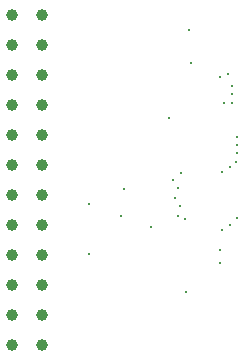
<source format=gbr>
%TF.GenerationSoftware,KiCad,Pcbnew,8.0.8*%
%TF.CreationDate,2025-04-16T08:52:58+10:00*%
%TF.ProjectId,display,64697370-6c61-4792-9e6b-696361645f70,rev?*%
%TF.SameCoordinates,Original*%
%TF.FileFunction,Plated,1,2,PTH,Drill*%
%TF.FilePolarity,Positive*%
%FSLAX46Y46*%
G04 Gerber Fmt 4.6, Leading zero omitted, Abs format (unit mm)*
G04 Created by KiCad (PCBNEW 8.0.8) date 2025-04-16 08:52:58*
%MOMM*%
%LPD*%
G01*
G04 APERTURE LIST*
%TA.AperFunction,ViaDrill*%
%ADD10C,0.300000*%
%TD*%
%TA.AperFunction,ComponentDrill*%
%ADD11C,1.000000*%
%TD*%
G04 APERTURE END LIST*
D10*
X62000000Y-58000000D03*
X62000000Y-62250000D03*
X64750000Y-59000000D03*
X65000000Y-56750000D03*
X67250000Y-60000000D03*
X68750000Y-50750000D03*
X69125317Y-55949978D03*
X69250000Y-57500000D03*
X69500000Y-59000000D03*
X69549060Y-56628540D03*
X69673020Y-58218931D03*
X69750000Y-55349978D03*
X70164277Y-59292831D03*
X70250000Y-65500000D03*
X70500000Y-43250000D03*
X70600010Y-46099990D03*
X73096164Y-47250000D03*
X73100000Y-61900000D03*
X73100000Y-63000000D03*
X73250000Y-60250000D03*
X73300000Y-55300000D03*
X73400000Y-49500000D03*
X73750000Y-47000000D03*
X73900000Y-54900000D03*
X73950184Y-59750000D03*
X74103554Y-48696446D03*
X74107108Y-47992892D03*
X74150000Y-49450000D03*
X74446610Y-54462712D03*
X74499383Y-52296456D03*
X74500000Y-53700000D03*
X74503554Y-52996446D03*
X74542048Y-59211762D03*
D11*
%TO.C,J3*%
X55460000Y-41970000D03*
X55460000Y-44510000D03*
X55460000Y-47050000D03*
X55460000Y-49590000D03*
X55460000Y-52130000D03*
X55460000Y-54670000D03*
X55460000Y-57210000D03*
X55460000Y-59750000D03*
X55460000Y-62290000D03*
X55460000Y-64830000D03*
X55460000Y-67370000D03*
X55460000Y-69910000D03*
X58000000Y-41970000D03*
X58000000Y-44510000D03*
X58000000Y-47050000D03*
X58000000Y-49590000D03*
X58000000Y-52130000D03*
X58000000Y-54670000D03*
X58000000Y-57210000D03*
X58000000Y-59750000D03*
X58000000Y-62290000D03*
X58000000Y-64830000D03*
X58000000Y-67370000D03*
X58000000Y-69910000D03*
M02*

</source>
